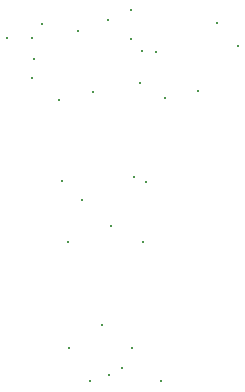
<source format=gbr>
%TF.GenerationSoftware,KiCad,Pcbnew,8.0.8*%
%TF.CreationDate,2025-04-24T20:50:17+02:00*%
%TF.ProjectId,IMU_PCBs,494d555f-5043-4427-932e-6b696361645f,rev?*%
%TF.SameCoordinates,Original*%
%TF.FileFunction,Plated,1,2,PTH,Drill*%
%TF.FilePolarity,Positive*%
%FSLAX46Y46*%
G04 Gerber Fmt 4.6, Leading zero omitted, Abs format (unit mm)*
G04 Created by KiCad (PCBNEW 8.0.8) date 2025-04-24 20:50:17*
%MOMM*%
%LPD*%
G01*
G04 APERTURE LIST*
%TA.AperFunction,ViaDrill*%
%ADD10C,0.200000*%
%TD*%
%TA.AperFunction,ViaDrill*%
%ADD11C,0.250000*%
%TD*%
%TA.AperFunction,ViaDrill*%
%ADD12C,0.260000*%
%TD*%
G04 APERTURE END LIST*
D10*
X123080000Y-59130000D03*
X126180000Y-59680000D03*
X128170000Y-84610000D03*
X128680000Y-58780000D03*
X128770000Y-88810000D03*
X128980000Y-76170000D03*
X129920000Y-88210000D03*
X130630000Y-60330000D03*
X130720000Y-86510000D03*
X133170000Y-89360000D03*
D11*
X124780000Y-72370000D03*
X125280000Y-77570000D03*
X131680000Y-77570000D03*
X131880000Y-72470000D03*
D12*
X120180000Y-60280000D03*
X122230000Y-63630000D03*
X122280000Y-60280000D03*
X122405000Y-62080000D03*
X124530000Y-65530000D03*
X125420000Y-86510000D03*
X126480000Y-73970000D03*
X127170000Y-89310000D03*
X127430000Y-64830000D03*
X130680000Y-57930000D03*
X130880000Y-72070000D03*
X131405000Y-64080000D03*
X131580000Y-61380000D03*
X132780000Y-61480000D03*
X133530000Y-65342500D03*
X136330000Y-64780000D03*
X137930000Y-59030000D03*
X139730000Y-60930000D03*
M02*

</source>
